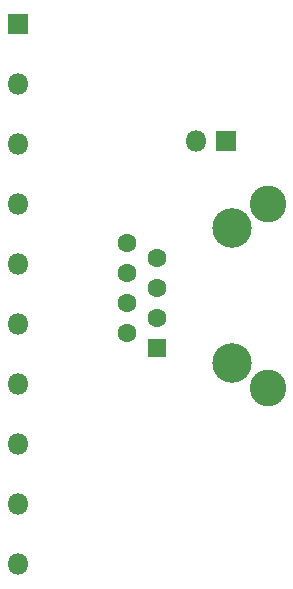
<source format=gbs>
%TF.GenerationSoftware,KiCad,Pcbnew,(5.1.6)-1*%
%TF.CreationDate,2020-07-09T15:12:25-03:00*%
%TF.ProjectId,driver-breakout-module,64726976-6572-42d6-9272-65616b6f7574,rev?*%
%TF.SameCoordinates,Original*%
%TF.FileFunction,Soldermask,Bot*%
%TF.FilePolarity,Negative*%
%FSLAX46Y46*%
G04 Gerber Fmt 4.6, Leading zero omitted, Abs format (unit mm)*
G04 Created by KiCad (PCBNEW (5.1.6)-1) date 2020-07-09 15:12:25*
%MOMM*%
%LPD*%
G01*
G04 APERTURE LIST*
%ADD10C,3.350000*%
%ADD11C,3.100000*%
%ADD12C,1.600000*%
%ADD13R,1.600000X1.600000*%
%ADD14R,1.800000X1.800000*%
%ADD15O,1.800000X1.800000*%
G04 APERTURE END LIST*
D10*
%TO.C,J1*%
X144780000Y-100584000D03*
D11*
X147830000Y-98529000D03*
D10*
X144780000Y-112014000D03*
D12*
X138430000Y-108204000D03*
X138430000Y-105664000D03*
X135890000Y-106934000D03*
X138430000Y-103124000D03*
D13*
X138430000Y-110744000D03*
D12*
X135890000Y-109474000D03*
D11*
X147830000Y-114069000D03*
D12*
X135890000Y-101854000D03*
X135890000Y-104394000D03*
%TD*%
D14*
%TO.C,JP1*%
X144272000Y-93218000D03*
D15*
X141732000Y-93218000D03*
%TD*%
D14*
%TO.C,J2*%
X126619000Y-83312000D03*
D15*
X126619000Y-88392000D03*
X126619000Y-93472000D03*
X126619000Y-98552000D03*
X126619000Y-103632000D03*
X126619000Y-108712000D03*
X126619000Y-113792000D03*
X126619000Y-118872000D03*
X126619000Y-123952000D03*
X126619000Y-129032000D03*
%TD*%
M02*

</source>
